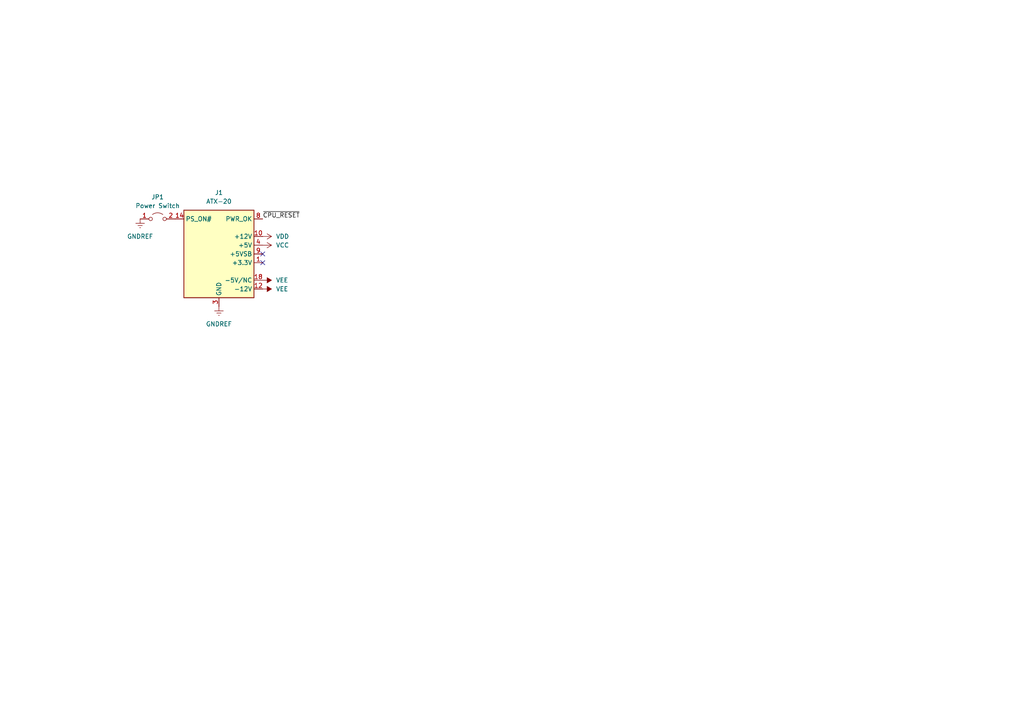
<source format=kicad_sch>
(kicad_sch (version 20231120) (generator "eeschema") (generator_version "8.0")
  (paper "A4")
  (lib_symbols
    (symbol "Connector:ATX-20"
      (property "Reference" "J" (at -8.89 13.97 0))
      (property "Value" "ATX-20" (at 6.35 13.97 0))
      (symbol "ATX-20_0_1"
        (rectangle (start -10.16 12.7) (end 10.16 -12.7) (stroke (width 0.254)) (fill (type background)))
      )
      (symbol "ATX-20_1_1"
        (pin power_out line (at 12.7 -2.54 180) (length 2.54) (name "+3.3V") (number "1"))
        (pin power_out line (at 12.7 5.08 180) (length 2.54) (name "+12V") (number "10"))
        (pin passive line (at 12.7 -2.54 180) (length 2.54) hide (name "+3.3V") (number "11"))
        (pin power_out line (at 12.7 -10.16 180) (length 2.54) (name "-12V") (number "12"))
        (pin passive line (at 0 -15.24 90) (length 2.54) hide (name "GND") (number "13"))
        (pin open_collector line (at -12.7 10.16 0) (length 2.54) (name "PS_ON#") (number "14"))
        (pin passive line (at 0 -15.24 90) (length 2.54) hide (name "GND") (number "15"))
        (pin passive line (at 0 -15.24 90) (length 2.54) hide (name "GND") (number "16"))
        (pin passive line (at 0 -15.24 90) (length 2.54) hide (name "GND") (number "17"))
        (pin power_out line (at 12.7 -7.62 180) (length 2.54) (name "-5V/NC") (number "18"))
        (pin passive line (at 12.7 2.54 180) (length 2.54) hide (name "+5V") (number "19"))
        (pin passive line (at 12.7 -2.54 180) (length 2.54) hide (name "+3.3V") (number "2"))
        (pin passive line (at 12.7 2.54 180) (length 2.54) hide (name "+5V") (number "20"))
        (pin power_out line (at 0 -15.24 90) (length 2.54) (name "GND") (number "3"))
        (pin power_out line (at 12.7 2.54 180) (length 2.54) (name "+5V") (number "4"))
        (pin passive line (at 0 -15.24 90) (length 2.54) hide (name "GND") (number "5"))
        (pin passive line (at 12.7 2.54 180) (length 2.54) hide (name "+5V") (number "6"))
        (pin passive line (at 0 -15.24 90) (length 2.54) hide (name "GND") (number "7"))
        (pin output line (at 12.7 10.16 180) (length 2.54) (name "PWR_OK") (number "8"))
        (pin power_out line (at 12.7 0 180) (length 2.54) (name "+5VSB") (number "9"))
      )
    )
    (symbol "Jumper:Jumper_2_Open" (pin_names (offset 0) hide)
      (property "Reference" "JP" (at 0 2.794 0))
      (property "Value" "Jumper_2_Open" (at 0 -2.286 0))
      (symbol "Jumper_2_Open_0_0"
        (circle (center -2.032 0) (radius 0.508))
        (circle (center 2.032 0) (radius 0.508))
      )
      (symbol "Jumper_2_Open_0_1"
        (arc (start 1.524 1.27) (mid 0 1.778) (end -1.524 1.27))
      )
      (symbol "Jumper_2_Open_1_1"
        (pin passive line (at -5.08 0 0) (length 2.54) (name "A") (number "1"))
        (pin passive line (at 5.08 0 180) (length 2.54) (name "B") (number "2"))
      )
    )
    (symbol "VEE_1" (power) (pin_names (offset 0))
      (property "Value" "VEE_1" (at 3.81 0.0001 90))
      (symbol "VEE_1_0_1"
        (polyline (pts (xy 0 0) (xy 0 2.54)))
        (polyline (pts (xy 0.762 1.27) (xy -0.762 1.27) (xy 0 2.54) (xy 0.762 1.27)) (fill (type outline)))
      )
      (symbol "VEE_1_1_1"
        (pin power_in line (at 0 0 90) (length 0) hide (name "VEE") (number "1"))
      )
    )
    (symbol "power:GNDREF" (power) (pin_names (offset 0))
      (property "Value" "GNDREF" (at 0 -3.81 0))
      (symbol "GNDREF_0_1"
        (polyline (pts (xy -0.635 -1.905) (xy 0.635 -1.905)))
        (polyline (pts (xy -0.127 -2.54) (xy 0.127 -2.54)))
        (polyline (pts (xy 0 -1.27) (xy 0 0)))
        (polyline (pts (xy 1.27 -1.27) (xy -1.27 -1.27)))
      )
      (symbol "GNDREF_1_1"
        (pin power_in line (at 0 0 270) (length 0) hide (name "GNDREF") (number "1"))
      )
    )
    (symbol "power:VCC" (power) (pin_names (offset 0))
      (property "Value" "VCC" (at 0 3.81 0))
      (symbol "VCC_0_1"
        (polyline (pts (xy -0.762 1.27) (xy 0 2.54)))
        (polyline (pts (xy 0 0) (xy 0 2.54)))
        (polyline (pts (xy 0 2.54) (xy 0.762 1.27)))
      )
      (symbol "VCC_1_1"
        (pin power_in line (at 0 0 90) (length 0) hide (name "VCC") (number "1"))
      )
    )
    (symbol "power:VDD" (power) (pin_names (offset 0))
      (property "Value" "VDD" (at 0 3.81 0))
      (symbol "VDD_0_1"
        (polyline (pts (xy -0.762 1.27) (xy 0 2.54)))
        (polyline (pts (xy 0 0) (xy 0 2.54)))
        (polyline (pts (xy 0 2.54) (xy 0.762 1.27)))
      )
      (symbol "VDD_1_1"
        (pin power_in line (at 0 0 90) (length 0) hide (name "VDD") (number "1"))
      )
    )
    (symbol "power:VEE" (power) (pin_names (offset 0))
      (property "Value" "VEE" (at 0 3.81 0))
      (symbol "VEE_0_1"
        (polyline (pts (xy 0 0) (xy 0 2.54)))
        (polyline (pts (xy 0.762 1.27) (xy -0.762 1.27) (xy 0 2.54) (xy 0.762 1.27)) (fill (type outline)))
      )
      (symbol "VEE_1_1"
        (pin power_in line (at 0 0 90) (length 0) hide (name "VEE") (number "1"))
      )
    )
  )
  (no_connect (at 76.2 76.2))
  (no_connect (at 76.2 73.66))
  (label "~{CPU_RESET}" (at 76.2 63.5 0))
  (symbol (lib_id "power:GNDREF") (at 40.64 63.5 0) (unit 1)
    (property "Reference" "#PWR052" (effects (hide yes)))
    (property "Value" "GNDREF" (at 40.64 68.58 0))
  )
  (symbol (lib_id "power:GNDREF") (at 63.5 88.9 0) (unit 1)
    (property "Reference" "#PWR053" (effects (hide yes)))
    (property "Value" "GNDREF" (at 63.5 93.98 0))
  )
  (symbol (lib_id "power:VDD") (at 76.2 68.58 270) (unit 1)
    (property "Reference" "#PWR054" (effects (hide yes)))
    (property "Value" "VDD" (at 80.01 68.5799 90) (effects (justify left)))
  )
  (symbol (lib_name "VEE_1") (lib_id "power:VEE") (at 76.2 83.82 270) (unit 1)
    (property "Reference" "#PWR057" (effects (hide yes)))
    (property "Value" "VEE" (at 80.01 83.82 90) (effects (justify left)))
  )
  (symbol (lib_id "Jumper:Jumper_2_Open") (at 45.72 63.5 0) (unit 1)
    (property "Reference" "JP1" (at 45.72 57.15 0))
    (property "Value" "Power Switch" (at 45.72 59.69 0))
  )
  (symbol (lib_id "power:VCC") (at 76.2 71.12 270) (unit 1)
    (property "Reference" "#PWR055" (effects (hide yes)))
    (property "Value" "VCC" (at 80.01 71.1199 90) (effects (justify left)))
  )
  (symbol (lib_id "Connector:ATX-20") (at 63.5 73.66 0) (unit 1)
    (property "Reference" "J1" (at 63.5 55.88 0))
    (property "Value" "ATX-20" (at 63.5 58.42 0))
    (property "Datasheet" "https://web.aub.edu.lb/pub/docs/atx_201.pdf#page=20" (effects (hide yes)))
  )
  (symbol (lib_id "power:VEE") (at 76.2 81.28 270) (unit 1)
    (property "Reference" "#PWR056" (effects (hide yes)))
    (property "Value" "VEE" (at 80.01 81.2799 90) (effects (justify left)))
  )
)
</source>
